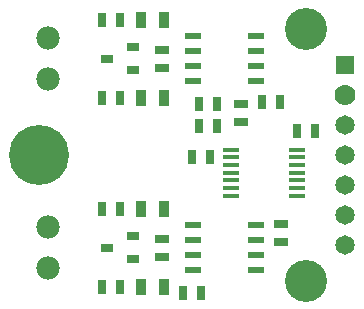
<source format=gts>
G04 #@! TF.FileFunction,Soldermask,Top*
%FSLAX46Y46*%
G04 Gerber Fmt 4.6, Leading zero omitted, Abs format (unit mm)*
G04 Created by KiCad (PCBNEW (2014-11-09 BZR 5259)-product) date Sat 15 Nov 2014 10:42:28 PM PST*
%MOMM*%
G01*
G04 APERTURE LIST*
%ADD10C,0.050000*%
%ADD11R,1.524000X1.524000*%
%ADD12C,1.778000*%
%ADD13C,1.651000*%
%ADD14R,0.889000X1.397000*%
%ADD15R,1.143000X0.635000*%
%ADD16R,0.635000X1.143000*%
%ADD17R,1.000760X0.800100*%
%ADD18R,1.399540X0.599440*%
%ADD19C,3.556000*%
%ADD20C,5.080000*%
%ADD21R,1.397000X0.431800*%
%ADD22C,1.968500*%
G04 APERTURE END LIST*
D10*
D11*
X130556000Y-93980000D03*
D12*
X130556000Y-96520000D03*
D13*
X130556000Y-99060000D03*
X130556000Y-101600000D03*
X130556000Y-104140000D03*
X130556000Y-106680000D03*
X130556000Y-109220000D03*
D14*
X115252500Y-106172000D03*
X113347500Y-106172000D03*
X113347500Y-112776000D03*
X115252500Y-112776000D03*
D15*
X115062000Y-108712000D03*
X115062000Y-110236000D03*
D14*
X115252500Y-90170000D03*
X113347500Y-90170000D03*
X113347500Y-96774000D03*
X115252500Y-96774000D03*
D15*
X115062000Y-92710000D03*
X115062000Y-94234000D03*
D16*
X118364000Y-113284000D03*
X116840000Y-113284000D03*
X118186200Y-97282000D03*
X119710200Y-97282000D03*
X109982000Y-106172000D03*
X111506000Y-106172000D03*
X109982000Y-112776000D03*
X111506000Y-112776000D03*
X109982000Y-90170000D03*
X111506000Y-90170000D03*
X109982000Y-96774000D03*
X111506000Y-96774000D03*
X117596920Y-101831140D03*
X119120920Y-101831140D03*
D15*
X121793000Y-97282000D03*
X121793000Y-98806000D03*
D16*
X125095000Y-97155000D03*
X123571000Y-97155000D03*
D15*
X125196600Y-109016800D03*
X125196600Y-107492800D03*
D17*
X110406180Y-109474000D03*
X112605820Y-108521500D03*
X112605820Y-110426500D03*
X110406180Y-93472000D03*
X112605820Y-92519500D03*
X112605820Y-94424500D03*
D18*
X123063000Y-107569000D03*
X117729000Y-107569000D03*
X123063000Y-108839000D03*
X123063000Y-110109000D03*
X123063000Y-111379000D03*
X117729000Y-108839000D03*
X117729000Y-110109000D03*
X117729000Y-111379000D03*
X123063000Y-91567000D03*
X117729000Y-91567000D03*
X123063000Y-92837000D03*
X123063000Y-94107000D03*
X123063000Y-95377000D03*
X117729000Y-92837000D03*
X117729000Y-94107000D03*
X117729000Y-95377000D03*
D19*
X127254000Y-90932000D03*
X127254000Y-112268000D03*
D20*
X104648000Y-101600000D03*
D21*
X120904000Y-101193600D03*
X120904000Y-101828600D03*
X120904000Y-102489000D03*
X120904000Y-103124000D03*
X120904000Y-103784400D03*
X120904000Y-104432100D03*
X120904000Y-105079800D03*
X126492000Y-105079800D03*
X126492000Y-104432100D03*
X126492000Y-103784400D03*
X126492000Y-103124000D03*
X126492000Y-102476300D03*
X126492000Y-101828600D03*
X126492000Y-101180900D03*
D22*
X105410000Y-107724000D03*
X105410000Y-111224000D03*
X105410000Y-91722000D03*
X105410000Y-95222000D03*
D16*
X118186200Y-99161600D03*
X119710200Y-99161600D03*
X128016000Y-99568000D03*
X126492000Y-99568000D03*
M02*

</source>
